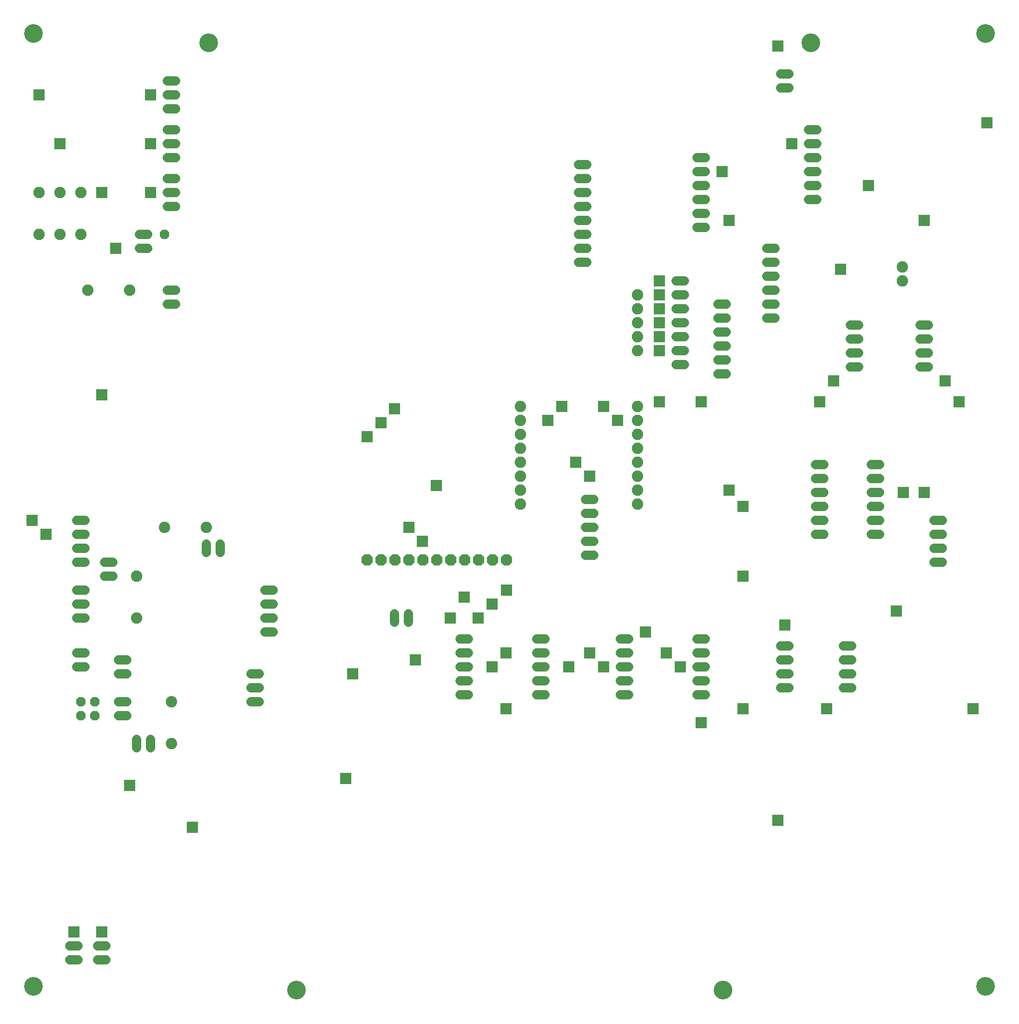
<source format=gbs>
G75*
%MOIN*%
%OFA0B0*%
%FSLAX25Y25*%
%IPPOS*%
%LPD*%
%AMOC8*
5,1,8,0,0,1.08239X$1,22.5*
%
%ADD10C,0.13398*%
%ADD11C,0.06800*%
%ADD12OC8,0.06800*%
%ADD13C,0.08200*%
%ADD14OC8,0.08200*%
%ADD15R,0.08477X0.08477*%
D10*
X0029024Y0039024D03*
X0217528Y0036071D03*
X0523551Y0036071D03*
X0711858Y0039024D03*
X0586701Y0715205D03*
X0711858Y0721858D03*
X0154417Y0715205D03*
X0029024Y0721858D03*
D11*
X0125000Y0688000D02*
X0131000Y0688000D01*
X0131000Y0678000D02*
X0125000Y0678000D01*
X0125000Y0668000D02*
X0131000Y0668000D01*
X0131000Y0653000D02*
X0125000Y0653000D01*
X0125000Y0643000D02*
X0131000Y0643000D01*
X0131000Y0633000D02*
X0125000Y0633000D01*
X0125000Y0618000D02*
X0131000Y0618000D01*
X0131000Y0608000D02*
X0125000Y0608000D01*
X0125000Y0598000D02*
X0131000Y0598000D01*
X0111000Y0578000D02*
X0105000Y0578000D01*
X0105000Y0568000D02*
X0111000Y0568000D01*
X0125000Y0538000D02*
X0131000Y0538000D01*
X0131000Y0528000D02*
X0125000Y0528000D01*
X0066000Y0373000D02*
X0060000Y0373000D01*
X0060000Y0363000D02*
X0066000Y0363000D01*
X0066000Y0353000D02*
X0060000Y0353000D01*
X0060000Y0343000D02*
X0066000Y0343000D01*
X0080000Y0343000D02*
X0086000Y0343000D01*
X0086000Y0333000D02*
X0080000Y0333000D01*
X0066000Y0323000D02*
X0060000Y0323000D01*
X0060000Y0313000D02*
X0066000Y0313000D01*
X0066000Y0303000D02*
X0060000Y0303000D01*
X0060000Y0278000D02*
X0066000Y0278000D01*
X0066000Y0268000D02*
X0060000Y0268000D01*
X0090000Y0263000D02*
X0096000Y0263000D01*
X0096000Y0273000D02*
X0090000Y0273000D01*
X0090000Y0243000D02*
X0096000Y0243000D01*
X0096000Y0233000D02*
X0090000Y0233000D01*
X0103000Y0216000D02*
X0103000Y0210000D01*
X0113000Y0210000D02*
X0113000Y0216000D01*
X0185000Y0243000D02*
X0191000Y0243000D01*
X0191000Y0253000D02*
X0185000Y0253000D01*
X0185000Y0263000D02*
X0191000Y0263000D01*
X0195000Y0293000D02*
X0201000Y0293000D01*
X0201000Y0303000D02*
X0195000Y0303000D01*
X0195000Y0313000D02*
X0201000Y0313000D01*
X0201000Y0323000D02*
X0195000Y0323000D01*
X0163000Y0350000D02*
X0163000Y0356000D01*
X0153000Y0356000D02*
X0153000Y0350000D01*
X0288000Y0306000D02*
X0288000Y0300000D01*
X0298000Y0300000D02*
X0298000Y0306000D01*
X0335000Y0288000D02*
X0341000Y0288000D01*
X0341000Y0278000D02*
X0335000Y0278000D01*
X0335000Y0268000D02*
X0341000Y0268000D01*
X0341000Y0258000D02*
X0335000Y0258000D01*
X0335000Y0248000D02*
X0341000Y0248000D01*
X0390000Y0248000D02*
X0396000Y0248000D01*
X0396000Y0258000D02*
X0390000Y0258000D01*
X0390000Y0268000D02*
X0396000Y0268000D01*
X0396000Y0278000D02*
X0390000Y0278000D01*
X0390000Y0288000D02*
X0396000Y0288000D01*
X0450000Y0288000D02*
X0456000Y0288000D01*
X0456000Y0278000D02*
X0450000Y0278000D01*
X0450000Y0268000D02*
X0456000Y0268000D01*
X0456000Y0258000D02*
X0450000Y0258000D01*
X0450000Y0248000D02*
X0456000Y0248000D01*
X0505000Y0248000D02*
X0511000Y0248000D01*
X0511000Y0258000D02*
X0505000Y0258000D01*
X0505000Y0268000D02*
X0511000Y0268000D01*
X0511000Y0278000D02*
X0505000Y0278000D01*
X0505000Y0288000D02*
X0511000Y0288000D01*
X0565000Y0283000D02*
X0571000Y0283000D01*
X0571000Y0273000D02*
X0565000Y0273000D01*
X0565000Y0263000D02*
X0571000Y0263000D01*
X0571000Y0253000D02*
X0565000Y0253000D01*
X0610000Y0253000D02*
X0616000Y0253000D01*
X0616000Y0263000D02*
X0610000Y0263000D01*
X0610000Y0273000D02*
X0616000Y0273000D01*
X0616000Y0283000D02*
X0610000Y0283000D01*
X0675000Y0343000D02*
X0681000Y0343000D01*
X0681000Y0353000D02*
X0675000Y0353000D01*
X0675000Y0363000D02*
X0681000Y0363000D01*
X0681000Y0373000D02*
X0675000Y0373000D01*
X0636000Y0373000D02*
X0630000Y0373000D01*
X0630000Y0363000D02*
X0636000Y0363000D01*
X0636000Y0383000D02*
X0630000Y0383000D01*
X0630000Y0393000D02*
X0636000Y0393000D01*
X0636000Y0403000D02*
X0630000Y0403000D01*
X0630000Y0413000D02*
X0636000Y0413000D01*
X0596000Y0413000D02*
X0590000Y0413000D01*
X0590000Y0403000D02*
X0596000Y0403000D01*
X0596000Y0393000D02*
X0590000Y0393000D01*
X0590000Y0383000D02*
X0596000Y0383000D01*
X0596000Y0373000D02*
X0590000Y0373000D01*
X0590000Y0363000D02*
X0596000Y0363000D01*
X0526000Y0478000D02*
X0520000Y0478000D01*
X0520000Y0488000D02*
X0526000Y0488000D01*
X0526000Y0498000D02*
X0520000Y0498000D01*
X0520000Y0508000D02*
X0526000Y0508000D01*
X0526000Y0518000D02*
X0520000Y0518000D01*
X0520000Y0528000D02*
X0526000Y0528000D01*
X0555000Y0528000D02*
X0561000Y0528000D01*
X0561000Y0538000D02*
X0555000Y0538000D01*
X0555000Y0548000D02*
X0561000Y0548000D01*
X0561000Y0558000D02*
X0555000Y0558000D01*
X0555000Y0568000D02*
X0561000Y0568000D01*
X0585000Y0603000D02*
X0591000Y0603000D01*
X0591000Y0613000D02*
X0585000Y0613000D01*
X0585000Y0623000D02*
X0591000Y0623000D01*
X0591000Y0633000D02*
X0585000Y0633000D01*
X0585000Y0643000D02*
X0591000Y0643000D01*
X0591000Y0653000D02*
X0585000Y0653000D01*
X0571000Y0683000D02*
X0565000Y0683000D01*
X0565000Y0693000D02*
X0571000Y0693000D01*
X0511000Y0633000D02*
X0505000Y0633000D01*
X0505000Y0623000D02*
X0511000Y0623000D01*
X0511000Y0613000D02*
X0505000Y0613000D01*
X0505000Y0603000D02*
X0511000Y0603000D01*
X0511000Y0593000D02*
X0505000Y0593000D01*
X0505000Y0583000D02*
X0511000Y0583000D01*
X0496000Y0544535D02*
X0490000Y0544535D01*
X0490000Y0534535D02*
X0496000Y0534535D01*
X0496000Y0524535D02*
X0490000Y0524535D01*
X0490000Y0514535D02*
X0496000Y0514535D01*
X0496000Y0504535D02*
X0490000Y0504535D01*
X0490000Y0494535D02*
X0496000Y0494535D01*
X0496000Y0484535D02*
X0490000Y0484535D01*
X0555000Y0518000D02*
X0561000Y0518000D01*
X0615000Y0513000D02*
X0621000Y0513000D01*
X0621000Y0503000D02*
X0615000Y0503000D01*
X0615000Y0493000D02*
X0621000Y0493000D01*
X0621000Y0483000D02*
X0615000Y0483000D01*
X0665000Y0483000D02*
X0671000Y0483000D01*
X0671000Y0493000D02*
X0665000Y0493000D01*
X0665000Y0503000D02*
X0671000Y0503000D01*
X0671000Y0513000D02*
X0665000Y0513000D01*
X0431000Y0388000D02*
X0425000Y0388000D01*
X0425000Y0378000D02*
X0431000Y0378000D01*
X0431000Y0368000D02*
X0425000Y0368000D01*
X0425000Y0358000D02*
X0431000Y0358000D01*
X0431000Y0348000D02*
X0425000Y0348000D01*
X0426000Y0558000D02*
X0420000Y0558000D01*
X0420000Y0568000D02*
X0426000Y0568000D01*
X0426000Y0578000D02*
X0420000Y0578000D01*
X0420000Y0588000D02*
X0426000Y0588000D01*
X0426000Y0598000D02*
X0420000Y0598000D01*
X0420000Y0608000D02*
X0426000Y0608000D01*
X0426000Y0618000D02*
X0420000Y0618000D01*
X0420000Y0628000D02*
X0426000Y0628000D01*
X0081000Y0068000D02*
X0075000Y0068000D01*
X0075000Y0058000D02*
X0081000Y0058000D01*
X0061000Y0058000D02*
X0055000Y0058000D01*
X0055000Y0068000D02*
X0061000Y0068000D01*
D12*
X0063000Y0233000D03*
X0063000Y0243000D03*
X0073000Y0243000D03*
X0073000Y0233000D03*
X0123000Y0578000D03*
D13*
X0098000Y0538000D03*
X0068000Y0538000D03*
X0063000Y0578000D03*
X0048000Y0578000D03*
X0033000Y0578000D03*
X0033000Y0608000D03*
X0048000Y0608000D03*
X0063000Y0608000D03*
X0123000Y0368000D03*
X0153000Y0368000D03*
X0103000Y0333000D03*
X0103000Y0303000D03*
X0128000Y0243000D03*
X0128000Y0213000D03*
X0378354Y0384534D03*
X0378354Y0394534D03*
X0378354Y0404534D03*
X0378354Y0414534D03*
X0378354Y0424534D03*
X0378354Y0434534D03*
X0378354Y0444534D03*
X0378354Y0454534D03*
X0462331Y0454535D03*
X0462331Y0444535D03*
X0462331Y0434535D03*
X0462331Y0424535D03*
X0462331Y0414535D03*
X0462331Y0404535D03*
X0462331Y0394535D03*
X0462331Y0384535D03*
X0462331Y0494535D03*
X0462331Y0504535D03*
X0462331Y0514535D03*
X0462331Y0524535D03*
X0462331Y0534535D03*
X0652331Y0544535D03*
X0652331Y0554535D03*
D14*
X0368354Y0344534D03*
X0358354Y0344534D03*
X0348354Y0344534D03*
X0338354Y0344534D03*
X0328354Y0344534D03*
X0318354Y0344534D03*
X0308354Y0344534D03*
X0298354Y0344534D03*
X0288354Y0344534D03*
X0278354Y0344534D03*
X0268354Y0344534D03*
D15*
X0298354Y0368000D03*
X0308000Y0358000D03*
X0318000Y0398000D03*
X0278354Y0443000D03*
X0268354Y0433000D03*
X0288000Y0453000D03*
X0398000Y0444534D03*
X0408000Y0454534D03*
X0438000Y0454535D03*
X0448000Y0444535D03*
X0478000Y0458000D03*
X0508000Y0458000D03*
X0478000Y0494535D03*
X0478000Y0504535D03*
X0478000Y0514535D03*
X0478000Y0524535D03*
X0478000Y0534535D03*
X0478000Y0544535D03*
X0528000Y0588000D03*
X0523000Y0623000D03*
X0573000Y0643000D03*
X0628000Y0613000D03*
X0668000Y0588000D03*
X0608000Y0553000D03*
X0603000Y0473000D03*
X0593000Y0458000D03*
X0653000Y0393000D03*
X0668000Y0393000D03*
X0693000Y0458000D03*
X0683000Y0473000D03*
X0538000Y0383000D03*
X0528000Y0394535D03*
X0538000Y0333000D03*
X0568000Y0298000D03*
X0538000Y0238000D03*
X0508000Y0228000D03*
X0493000Y0268000D03*
X0483000Y0278000D03*
X0468000Y0293000D03*
X0438000Y0268000D03*
X0428000Y0278000D03*
X0413000Y0268000D03*
X0368000Y0278000D03*
X0358000Y0268000D03*
X0368000Y0238000D03*
X0348000Y0303000D03*
X0358000Y0313000D03*
X0368354Y0323000D03*
X0338000Y0318000D03*
X0328000Y0303000D03*
X0303000Y0273000D03*
X0258000Y0263000D03*
X0253000Y0188000D03*
X0143000Y0153000D03*
X0098000Y0183000D03*
X0078000Y0078000D03*
X0058000Y0078000D03*
X0038000Y0363000D03*
X0028000Y0373000D03*
X0078000Y0463000D03*
X0088000Y0568000D03*
X0078000Y0608000D03*
X0113000Y0608000D03*
X0113000Y0643000D03*
X0113000Y0678000D03*
X0048000Y0643000D03*
X0033000Y0678000D03*
X0418000Y0414534D03*
X0428000Y0404534D03*
X0598000Y0238000D03*
X0648000Y0308000D03*
X0703000Y0238000D03*
X0563000Y0158000D03*
X0713000Y0658000D03*
X0563000Y0713000D03*
M02*

</source>
